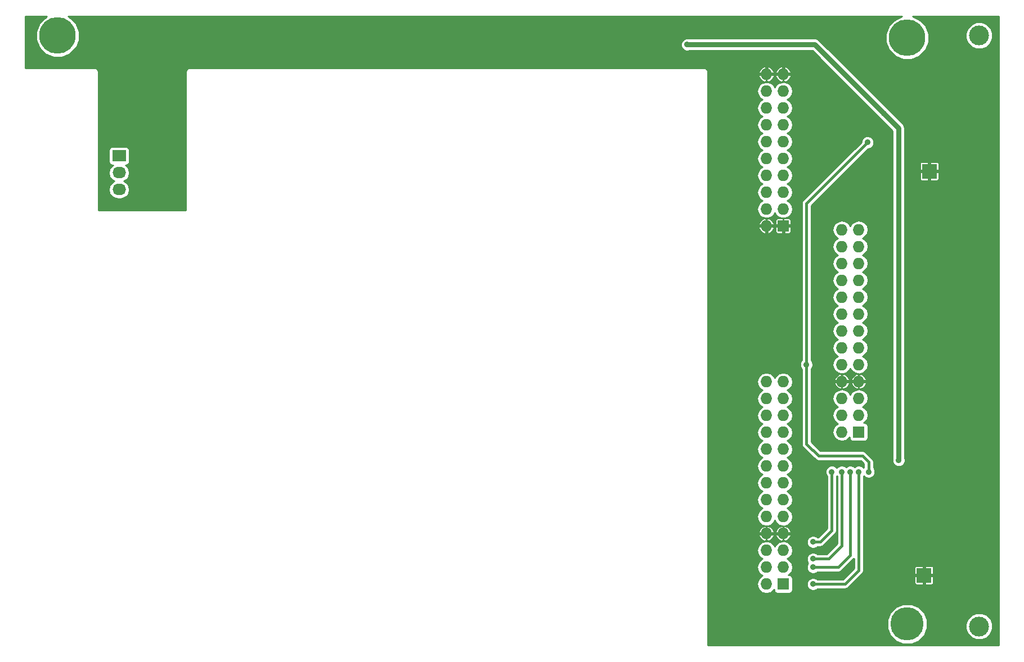
<source format=gbl>
G04 #@! TF.FileFunction,Copper,L2,Bot,Signal*
%FSLAX46Y46*%
G04 Gerber Fmt 4.6, Leading zero omitted, Abs format (unit mm)*
G04 Created by KiCad (PCBNEW 4.0.5+dfsg1-4) date Mon Feb 19 09:44:50 2018*
%MOMM*%
%LPD*%
G01*
G04 APERTURE LIST*
%ADD10C,0.150000*%
%ADD11R,2.032000X1.727200*%
%ADD12O,2.032000X1.727200*%
%ADD13R,2.235200X2.235200*%
%ADD14C,5.000000*%
%ADD15C,5.500000*%
%ADD16C,3.000000*%
%ADD17R,1.727200X1.727200*%
%ADD18O,1.727200X1.727200*%
%ADD19C,0.889000*%
%ADD20C,0.250000*%
%ADD21C,0.400000*%
%ADD22C,0.800000*%
G04 APERTURE END LIST*
D10*
D11*
X48360000Y-50290000D03*
D12*
X48360000Y-52830000D03*
X48360000Y-55370000D03*
D13*
X170269700Y-52602400D03*
X169456900Y-113486200D03*
D14*
X166946900Y-120828000D03*
D15*
X39096000Y-32170000D03*
X166946900Y-32512000D03*
D16*
X177766000Y-121170000D03*
X177766000Y-32170000D03*
D17*
X148286000Y-60841000D03*
D18*
X145746000Y-60841000D03*
X148286000Y-58301000D03*
X145746000Y-58301000D03*
X148286000Y-55761000D03*
X145746000Y-55761000D03*
X148286000Y-53221000D03*
X145746000Y-53221000D03*
X148286000Y-50681000D03*
X145746000Y-50681000D03*
X148286000Y-48141000D03*
X145746000Y-48141000D03*
X148286000Y-45601000D03*
X145746000Y-45601000D03*
X148286000Y-43061000D03*
X145746000Y-43061000D03*
X148286000Y-40521000D03*
X145746000Y-40521000D03*
X148286000Y-37981000D03*
X145746000Y-37981000D03*
D17*
X159639000Y-91897200D03*
D18*
X157099000Y-91897200D03*
X159639000Y-89357200D03*
X157099000Y-89357200D03*
X159639000Y-86817200D03*
X157099000Y-86817200D03*
X159639000Y-84277200D03*
X157099000Y-84277200D03*
X159639000Y-81737200D03*
X157099000Y-81737200D03*
X159639000Y-79197200D03*
X157099000Y-79197200D03*
X159639000Y-76657200D03*
X157099000Y-76657200D03*
X159639000Y-74117200D03*
X157099000Y-74117200D03*
X159639000Y-71577200D03*
X157099000Y-71577200D03*
X159639000Y-69037200D03*
X157099000Y-69037200D03*
X159639000Y-66497200D03*
X157099000Y-66497200D03*
X159639000Y-63957200D03*
X157099000Y-63957200D03*
X159639000Y-61417200D03*
X157099000Y-61417200D03*
D17*
X148286000Y-114807000D03*
D18*
X145746000Y-114807000D03*
X148286000Y-112267000D03*
X145746000Y-112267000D03*
X148286000Y-109727000D03*
X145746000Y-109727000D03*
X148286000Y-107187000D03*
X145746000Y-107187000D03*
X148286000Y-104647000D03*
X145746000Y-104647000D03*
X148286000Y-102107000D03*
X145746000Y-102107000D03*
X148286000Y-99567000D03*
X145746000Y-99567000D03*
X148286000Y-97027000D03*
X145746000Y-97027000D03*
X148286000Y-94487000D03*
X145746000Y-94487000D03*
X148286000Y-91947000D03*
X145746000Y-91947000D03*
X148286000Y-89407000D03*
X145746000Y-89407000D03*
X148286000Y-86867000D03*
X145746000Y-86867000D03*
X148286000Y-84327000D03*
X145746000Y-84327000D03*
D19*
X153289800Y-98512900D03*
X139738900Y-60832000D03*
X152781800Y-106412300D03*
X164478500Y-102843600D03*
X167907500Y-47801800D03*
X154026400Y-48957500D03*
X159639000Y-97890600D03*
X152781800Y-114807000D03*
X157099000Y-97890600D03*
X152781800Y-110997000D03*
X158369800Y-97890600D03*
X152781800Y-112267000D03*
X155601200Y-97890600D03*
X152781800Y-108457000D03*
X133846100Y-33527000D03*
X165646900Y-96150700D03*
X163475200Y-43941000D03*
X161151100Y-97890600D03*
X160986000Y-48246300D03*
X151765800Y-81748900D03*
D20*
X157099000Y-84277200D02*
X157099000Y-85431100D01*
X159639000Y-85431100D02*
X159639000Y-85140600D01*
X157099000Y-85431100D02*
X159639000Y-85431100D01*
X159639000Y-85140600D02*
X159639000Y-84277200D01*
X159639000Y-85140600D02*
X159639800Y-85139800D01*
X159639800Y-85139800D02*
X159639000Y-84277200D01*
X159639000Y-84277200D02*
X159639000Y-83121300D01*
X159639000Y-83121300D02*
X157100600Y-83121300D01*
X157100600Y-83121300D02*
X157100600Y-84275600D01*
X157100600Y-84275600D02*
X157099000Y-84277200D01*
X148286000Y-107187000D02*
X150229100Y-107187000D01*
X151003800Y-106412300D02*
X152781800Y-106412300D01*
X150229100Y-107187000D02*
X151003800Y-106412300D01*
X145746000Y-107187000D02*
X145746000Y-106018600D01*
X148286000Y-106018600D02*
X148286000Y-107187000D01*
X145746000Y-106018600D02*
X148286000Y-106018600D01*
X145746000Y-107187000D02*
X145746000Y-108355400D01*
X148286000Y-108355400D02*
X148286000Y-108050600D01*
X145746000Y-108355400D02*
X148286000Y-108355400D01*
X148286000Y-108050600D02*
X148286000Y-107187000D01*
X148286000Y-37981000D02*
X148286000Y-39153100D01*
X145746000Y-39153100D02*
X145746000Y-38848300D01*
X148286000Y-39153100D02*
X145746000Y-39153100D01*
X148273300Y-59663600D02*
X148527300Y-59663600D01*
X145746000Y-60841000D02*
X145746000Y-59663600D01*
X148273300Y-59663600D02*
X148273300Y-60828300D01*
X145746000Y-59663600D02*
X148273300Y-59663600D01*
X148273300Y-60828300D02*
X148286000Y-60841000D01*
D21*
X159639000Y-112725000D02*
X157557000Y-114807000D01*
X157557000Y-114807000D02*
X152781800Y-114807000D01*
X159639000Y-112725000D02*
X159639000Y-97890600D01*
X157099000Y-109016600D02*
X155118600Y-110997000D01*
X155118600Y-110997000D02*
X152781800Y-110997000D01*
X157099000Y-109016600D02*
X157099000Y-97890600D01*
X158369800Y-97890600D02*
X158369800Y-110463600D01*
X158369800Y-110463600D02*
X156566400Y-112267000D01*
X156566400Y-112267000D02*
X152781800Y-112267000D01*
X155601200Y-97890600D02*
X155601200Y-106704400D01*
X155601200Y-106704400D02*
X153848600Y-108457000D01*
X153848600Y-108457000D02*
X152781800Y-108457000D01*
D22*
X163475200Y-43941000D02*
X153061200Y-33527000D01*
X133846100Y-33527000D02*
X153061200Y-33527000D01*
X163475200Y-43941000D02*
X165646900Y-46112700D01*
X165646900Y-46112700D02*
X165646900Y-96150700D01*
D21*
X160236700Y-95477600D02*
X153581900Y-95477600D01*
X153581900Y-95477600D02*
X151765800Y-93661500D01*
X151765800Y-93661500D02*
X151765800Y-81748900D01*
X161151100Y-96392000D02*
X160236700Y-95477600D01*
X161151100Y-97890600D02*
X161151100Y-96392000D01*
X160986000Y-48246300D02*
X151765800Y-57466500D01*
X151765800Y-57466500D02*
X151765800Y-81748900D01*
D20*
G36*
X37243285Y-29391971D02*
X36321209Y-30312439D01*
X35821570Y-31515704D01*
X35820433Y-32818580D01*
X36317971Y-34022715D01*
X37238439Y-34944791D01*
X38441704Y-35444430D01*
X39744580Y-35445567D01*
X40948715Y-34948029D01*
X41870791Y-34027561D01*
X41998917Y-33718999D01*
X132876432Y-33718999D01*
X133023718Y-34075460D01*
X133296205Y-34348423D01*
X133652408Y-34496332D01*
X134038099Y-34496668D01*
X134146204Y-34452000D01*
X152678052Y-34452000D01*
X162608673Y-44382621D01*
X162652818Y-44489460D01*
X162925305Y-44762423D01*
X163033332Y-44807280D01*
X164721900Y-46495847D01*
X164721900Y-95850245D01*
X164677568Y-95957008D01*
X164677232Y-96342699D01*
X164824518Y-96699160D01*
X165097005Y-96972123D01*
X165453208Y-97120032D01*
X165838899Y-97120368D01*
X166195360Y-96973082D01*
X166468323Y-96700595D01*
X166616232Y-96344392D01*
X166616568Y-95958701D01*
X166571900Y-95850596D01*
X166571900Y-52812650D01*
X168827100Y-52812650D01*
X168827100Y-53784647D01*
X168876579Y-53904098D01*
X168968003Y-53995522D01*
X169087454Y-54045000D01*
X170059450Y-54045000D01*
X170140700Y-53963750D01*
X170140700Y-52731400D01*
X170398700Y-52731400D01*
X170398700Y-53963750D01*
X170479950Y-54045000D01*
X171451946Y-54045000D01*
X171571397Y-53995522D01*
X171662821Y-53904098D01*
X171712300Y-53784647D01*
X171712300Y-52812650D01*
X171631050Y-52731400D01*
X170398700Y-52731400D01*
X170140700Y-52731400D01*
X168908350Y-52731400D01*
X168827100Y-52812650D01*
X166571900Y-52812650D01*
X166571900Y-51420153D01*
X168827100Y-51420153D01*
X168827100Y-52392150D01*
X168908350Y-52473400D01*
X170140700Y-52473400D01*
X170140700Y-51241050D01*
X170398700Y-51241050D01*
X170398700Y-52473400D01*
X171631050Y-52473400D01*
X171712300Y-52392150D01*
X171712300Y-51420153D01*
X171662821Y-51300702D01*
X171571397Y-51209278D01*
X171451946Y-51159800D01*
X170479950Y-51159800D01*
X170398700Y-51241050D01*
X170140700Y-51241050D01*
X170059450Y-51159800D01*
X169087454Y-51159800D01*
X168968003Y-51209278D01*
X168876579Y-51300702D01*
X168827100Y-51420153D01*
X166571900Y-51420153D01*
X166571900Y-46112705D01*
X166571901Y-46112700D01*
X166501489Y-45758718D01*
X166396105Y-45601000D01*
X166300974Y-45458626D01*
X166300971Y-45458624D01*
X164341727Y-43499379D01*
X164297582Y-43392540D01*
X164025095Y-43119577D01*
X163917068Y-43074720D01*
X153715274Y-32872926D01*
X153415183Y-32672411D01*
X153061200Y-32602000D01*
X134146555Y-32602000D01*
X134039792Y-32557668D01*
X133654101Y-32557332D01*
X133297640Y-32704618D01*
X133024677Y-32977105D01*
X132876768Y-33333308D01*
X132876432Y-33718999D01*
X41998917Y-33718999D01*
X42370430Y-32824296D01*
X42371567Y-31521420D01*
X41874029Y-30317285D01*
X40953561Y-29395209D01*
X40712231Y-29295000D01*
X166156577Y-29295000D01*
X165094185Y-29733971D01*
X164172109Y-30654439D01*
X163672470Y-31857704D01*
X163671333Y-33160580D01*
X164168871Y-34364715D01*
X165089339Y-35286791D01*
X166292604Y-35786430D01*
X167595480Y-35787567D01*
X168799615Y-35290029D01*
X169721691Y-34369561D01*
X170221330Y-33166296D01*
X170221849Y-32571030D01*
X175740649Y-32571030D01*
X176048288Y-33315572D01*
X176617432Y-33885710D01*
X177361435Y-34194648D01*
X178167030Y-34195351D01*
X178911572Y-33887712D01*
X179481710Y-33318568D01*
X179790648Y-32574565D01*
X179791351Y-31768970D01*
X179483712Y-31024428D01*
X178914568Y-30454290D01*
X178170565Y-30145352D01*
X177364970Y-30144649D01*
X176620428Y-30452288D01*
X176050290Y-31021432D01*
X175741352Y-31765435D01*
X175740649Y-32571030D01*
X170221849Y-32571030D01*
X170222467Y-31863420D01*
X169724929Y-30659285D01*
X168804461Y-29737209D01*
X167739503Y-29295000D01*
X180711000Y-29295000D01*
X180711000Y-124045000D01*
X155107160Y-124045000D01*
X155096000Y-124042900D01*
X136961000Y-124042900D01*
X136961000Y-121427070D01*
X163921376Y-121427070D01*
X164380935Y-122539286D01*
X165231138Y-123390975D01*
X166342551Y-123852474D01*
X167545970Y-123853524D01*
X168658186Y-123393965D01*
X169509875Y-122543762D01*
X169913788Y-121571030D01*
X175740649Y-121571030D01*
X176048288Y-122315572D01*
X176617432Y-122885710D01*
X177361435Y-123194648D01*
X178167030Y-123195351D01*
X178911572Y-122887712D01*
X179481710Y-122318568D01*
X179790648Y-121574565D01*
X179791351Y-120768970D01*
X179483712Y-120024428D01*
X178914568Y-119454290D01*
X178170565Y-119145352D01*
X177364970Y-119144649D01*
X176620428Y-119452288D01*
X176050290Y-120021432D01*
X175741352Y-120765435D01*
X175740649Y-121571030D01*
X169913788Y-121571030D01*
X169971374Y-121432349D01*
X169972424Y-120228930D01*
X169512865Y-119116714D01*
X168662662Y-118265025D01*
X167551249Y-117803526D01*
X166347830Y-117802476D01*
X165235614Y-118262035D01*
X164383925Y-119112238D01*
X163922426Y-120223651D01*
X163921376Y-121427070D01*
X136961000Y-121427070D01*
X136961000Y-109727000D01*
X144330196Y-109727000D01*
X144435897Y-110258394D01*
X144736908Y-110708888D01*
X145168097Y-110997000D01*
X144736908Y-111285112D01*
X144435897Y-111735606D01*
X144330196Y-112267000D01*
X144435897Y-112798394D01*
X144736908Y-113248888D01*
X145168097Y-113537000D01*
X144736908Y-113825112D01*
X144435897Y-114275606D01*
X144330196Y-114807000D01*
X144435897Y-115338394D01*
X144736908Y-115788888D01*
X145187402Y-116089899D01*
X145718796Y-116195600D01*
X145773204Y-116195600D01*
X146304598Y-116089899D01*
X146755092Y-115788888D01*
X146887115Y-115591302D01*
X146887115Y-115670600D01*
X146923723Y-115865153D01*
X147038704Y-116043839D01*
X147214144Y-116163712D01*
X147422400Y-116205885D01*
X149149600Y-116205885D01*
X149344153Y-116169277D01*
X149522839Y-116054296D01*
X149642712Y-115878856D01*
X149684885Y-115670600D01*
X149684885Y-113943400D01*
X149648277Y-113748847D01*
X149533296Y-113570161D01*
X149357856Y-113450288D01*
X149149600Y-113408115D01*
X149056792Y-113408115D01*
X149295092Y-113248888D01*
X149596103Y-112798394D01*
X149701804Y-112267000D01*
X149596103Y-111735606D01*
X149295092Y-111285112D01*
X148863903Y-110997000D01*
X149295092Y-110708888D01*
X149596103Y-110258394D01*
X149701804Y-109727000D01*
X149596103Y-109195606D01*
X149295092Y-108745112D01*
X148844598Y-108444101D01*
X148415002Y-108358649D01*
X148415002Y-108287342D01*
X148598253Y-108333864D01*
X149013370Y-108127070D01*
X149317751Y-107777159D01*
X149432852Y-107499251D01*
X149385810Y-107316000D01*
X148415000Y-107316000D01*
X148415000Y-107336000D01*
X148157000Y-107336000D01*
X148157000Y-107316000D01*
X147186190Y-107316000D01*
X147139148Y-107499251D01*
X147254249Y-107777159D01*
X147558630Y-108127070D01*
X147973747Y-108333864D01*
X148156998Y-108287342D01*
X148156998Y-108358649D01*
X147727402Y-108444101D01*
X147276908Y-108745112D01*
X147016000Y-109135588D01*
X146755092Y-108745112D01*
X146304598Y-108444101D01*
X145875002Y-108358649D01*
X145875002Y-108287342D01*
X146058253Y-108333864D01*
X146473370Y-108127070D01*
X146777751Y-107777159D01*
X146892852Y-107499251D01*
X146845810Y-107316000D01*
X145875000Y-107316000D01*
X145875000Y-107336000D01*
X145617000Y-107336000D01*
X145617000Y-107316000D01*
X144646190Y-107316000D01*
X144599148Y-107499251D01*
X144714249Y-107777159D01*
X145018630Y-108127070D01*
X145433747Y-108333864D01*
X145616998Y-108287342D01*
X145616998Y-108358649D01*
X145187402Y-108444101D01*
X144736908Y-108745112D01*
X144435897Y-109195606D01*
X144330196Y-109727000D01*
X136961000Y-109727000D01*
X136961000Y-84327000D01*
X144330196Y-84327000D01*
X144435897Y-84858394D01*
X144736908Y-85308888D01*
X145168097Y-85597000D01*
X144736908Y-85885112D01*
X144435897Y-86335606D01*
X144330196Y-86867000D01*
X144435897Y-87398394D01*
X144736908Y-87848888D01*
X145168097Y-88137000D01*
X144736908Y-88425112D01*
X144435897Y-88875606D01*
X144330196Y-89407000D01*
X144435897Y-89938394D01*
X144736908Y-90388888D01*
X145168097Y-90677000D01*
X144736908Y-90965112D01*
X144435897Y-91415606D01*
X144330196Y-91947000D01*
X144435897Y-92478394D01*
X144736908Y-92928888D01*
X145168097Y-93217000D01*
X144736908Y-93505112D01*
X144435897Y-93955606D01*
X144330196Y-94487000D01*
X144435897Y-95018394D01*
X144736908Y-95468888D01*
X145168097Y-95757000D01*
X144736908Y-96045112D01*
X144435897Y-96495606D01*
X144330196Y-97027000D01*
X144435897Y-97558394D01*
X144736908Y-98008888D01*
X145168097Y-98297000D01*
X144736908Y-98585112D01*
X144435897Y-99035606D01*
X144330196Y-99567000D01*
X144435897Y-100098394D01*
X144736908Y-100548888D01*
X145168097Y-100837000D01*
X144736908Y-101125112D01*
X144435897Y-101575606D01*
X144330196Y-102107000D01*
X144435897Y-102638394D01*
X144736908Y-103088888D01*
X145168097Y-103377000D01*
X144736908Y-103665112D01*
X144435897Y-104115606D01*
X144330196Y-104647000D01*
X144435897Y-105178394D01*
X144736908Y-105628888D01*
X145187402Y-105929899D01*
X145616998Y-106015351D01*
X145616998Y-106086658D01*
X145433747Y-106040136D01*
X145018630Y-106246930D01*
X144714249Y-106596841D01*
X144599148Y-106874749D01*
X144646190Y-107058000D01*
X145617000Y-107058000D01*
X145617000Y-107038000D01*
X145875000Y-107038000D01*
X145875000Y-107058000D01*
X146845810Y-107058000D01*
X146892852Y-106874749D01*
X146777751Y-106596841D01*
X146473370Y-106246930D01*
X146058253Y-106040136D01*
X145875002Y-106086658D01*
X145875002Y-106015351D01*
X146304598Y-105929899D01*
X146755092Y-105628888D01*
X147016000Y-105238412D01*
X147276908Y-105628888D01*
X147727402Y-105929899D01*
X148156998Y-106015351D01*
X148156998Y-106086658D01*
X147973747Y-106040136D01*
X147558630Y-106246930D01*
X147254249Y-106596841D01*
X147139148Y-106874749D01*
X147186190Y-107058000D01*
X148157000Y-107058000D01*
X148157000Y-107038000D01*
X148415000Y-107038000D01*
X148415000Y-107058000D01*
X149385810Y-107058000D01*
X149432852Y-106874749D01*
X149317751Y-106596841D01*
X149013370Y-106246930D01*
X148598253Y-106040136D01*
X148415002Y-106086658D01*
X148415002Y-106015351D01*
X148844598Y-105929899D01*
X149295092Y-105628888D01*
X149596103Y-105178394D01*
X149701804Y-104647000D01*
X149596103Y-104115606D01*
X149295092Y-103665112D01*
X148863903Y-103377000D01*
X149295092Y-103088888D01*
X149596103Y-102638394D01*
X149701804Y-102107000D01*
X149596103Y-101575606D01*
X149295092Y-101125112D01*
X148863903Y-100837000D01*
X149295092Y-100548888D01*
X149596103Y-100098394D01*
X149701804Y-99567000D01*
X149596103Y-99035606D01*
X149295092Y-98585112D01*
X148863903Y-98297000D01*
X149295092Y-98008888D01*
X149596103Y-97558394D01*
X149701804Y-97027000D01*
X149596103Y-96495606D01*
X149295092Y-96045112D01*
X148863903Y-95757000D01*
X149295092Y-95468888D01*
X149596103Y-95018394D01*
X149701804Y-94487000D01*
X149596103Y-93955606D01*
X149295092Y-93505112D01*
X148863903Y-93217000D01*
X149295092Y-92928888D01*
X149596103Y-92478394D01*
X149701804Y-91947000D01*
X149596103Y-91415606D01*
X149295092Y-90965112D01*
X148863903Y-90677000D01*
X149295092Y-90388888D01*
X149596103Y-89938394D01*
X149701804Y-89407000D01*
X149596103Y-88875606D01*
X149295092Y-88425112D01*
X148863903Y-88137000D01*
X149295092Y-87848888D01*
X149596103Y-87398394D01*
X149701804Y-86867000D01*
X149596103Y-86335606D01*
X149295092Y-85885112D01*
X148863903Y-85597000D01*
X149295092Y-85308888D01*
X149596103Y-84858394D01*
X149701804Y-84327000D01*
X149596103Y-83795606D01*
X149295092Y-83345112D01*
X148844598Y-83044101D01*
X148313204Y-82938400D01*
X148258796Y-82938400D01*
X147727402Y-83044101D01*
X147276908Y-83345112D01*
X147016000Y-83735588D01*
X146755092Y-83345112D01*
X146304598Y-83044101D01*
X145773204Y-82938400D01*
X145718796Y-82938400D01*
X145187402Y-83044101D01*
X144736908Y-83345112D01*
X144435897Y-83795606D01*
X144330196Y-84327000D01*
X136961000Y-84327000D01*
X136961000Y-81940899D01*
X150796132Y-81940899D01*
X150943418Y-82297360D01*
X151040800Y-82394912D01*
X151040800Y-93661500D01*
X151086831Y-93892915D01*
X151095987Y-93938946D01*
X151253148Y-94174152D01*
X153069247Y-95990252D01*
X153151351Y-96045112D01*
X153304455Y-96147413D01*
X153581900Y-96202600D01*
X159936396Y-96202600D01*
X160426100Y-96692305D01*
X160426100Y-97244450D01*
X160394927Y-97275569D01*
X160188895Y-97069177D01*
X159832692Y-96921268D01*
X159447001Y-96920932D01*
X159090540Y-97068218D01*
X159004489Y-97154119D01*
X158919695Y-97069177D01*
X158563492Y-96921268D01*
X158177801Y-96920932D01*
X157821340Y-97068218D01*
X157734488Y-97154919D01*
X157648895Y-97069177D01*
X157292692Y-96921268D01*
X156907001Y-96920932D01*
X156550540Y-97068218D01*
X156349989Y-97268419D01*
X156151095Y-97069177D01*
X155794892Y-96921268D01*
X155409201Y-96920932D01*
X155052740Y-97068218D01*
X154779777Y-97340705D01*
X154631868Y-97696908D01*
X154631532Y-98082599D01*
X154778818Y-98439060D01*
X154876200Y-98536612D01*
X154876200Y-106404095D01*
X153548296Y-107732000D01*
X153427950Y-107732000D01*
X153331695Y-107635577D01*
X152975492Y-107487668D01*
X152589801Y-107487332D01*
X152233340Y-107634618D01*
X151960377Y-107907105D01*
X151812468Y-108263308D01*
X151812132Y-108648999D01*
X151959418Y-109005460D01*
X152231905Y-109278423D01*
X152588108Y-109426332D01*
X152973799Y-109426668D01*
X153330260Y-109279382D01*
X153427812Y-109182000D01*
X153848600Y-109182000D01*
X154080015Y-109135969D01*
X154126046Y-109126813D01*
X154361252Y-108969652D01*
X156113853Y-107217052D01*
X156271013Y-106981846D01*
X156326200Y-106704400D01*
X156326200Y-98536750D01*
X156350211Y-98512781D01*
X156374000Y-98536612D01*
X156374000Y-108716295D01*
X154818296Y-110272000D01*
X153427950Y-110272000D01*
X153331695Y-110175577D01*
X152975492Y-110027668D01*
X152589801Y-110027332D01*
X152233340Y-110174618D01*
X151960377Y-110447105D01*
X151812468Y-110803308D01*
X151812132Y-111188999D01*
X151959418Y-111545460D01*
X152045719Y-111631912D01*
X151960377Y-111717105D01*
X151812468Y-112073308D01*
X151812132Y-112458999D01*
X151959418Y-112815460D01*
X152231905Y-113088423D01*
X152588108Y-113236332D01*
X152973799Y-113236668D01*
X153330260Y-113089382D01*
X153427812Y-112992000D01*
X156566400Y-112992000D01*
X156797815Y-112945969D01*
X156843846Y-112936813D01*
X157079052Y-112779652D01*
X158882453Y-110976252D01*
X158914000Y-110929039D01*
X158914000Y-112424695D01*
X157256696Y-114082000D01*
X153427950Y-114082000D01*
X153331695Y-113985577D01*
X152975492Y-113837668D01*
X152589801Y-113837332D01*
X152233340Y-113984618D01*
X151960377Y-114257105D01*
X151812468Y-114613308D01*
X151812132Y-114998999D01*
X151959418Y-115355460D01*
X152231905Y-115628423D01*
X152588108Y-115776332D01*
X152973799Y-115776668D01*
X153330260Y-115629382D01*
X153427812Y-115532000D01*
X157557000Y-115532000D01*
X157788415Y-115485969D01*
X157834446Y-115476813D01*
X158069652Y-115319652D01*
X159692854Y-113696450D01*
X168014300Y-113696450D01*
X168014300Y-114668447D01*
X168063779Y-114787898D01*
X168155203Y-114879322D01*
X168274654Y-114928800D01*
X169246650Y-114928800D01*
X169327900Y-114847550D01*
X169327900Y-113615200D01*
X169585900Y-113615200D01*
X169585900Y-114847550D01*
X169667150Y-114928800D01*
X170639146Y-114928800D01*
X170758597Y-114879322D01*
X170850021Y-114787898D01*
X170899500Y-114668447D01*
X170899500Y-113696450D01*
X170818250Y-113615200D01*
X169585900Y-113615200D01*
X169327900Y-113615200D01*
X168095550Y-113615200D01*
X168014300Y-113696450D01*
X159692854Y-113696450D01*
X160151653Y-113237652D01*
X160308813Y-113002446D01*
X160364000Y-112725000D01*
X160364000Y-112303953D01*
X168014300Y-112303953D01*
X168014300Y-113275950D01*
X168095550Y-113357200D01*
X169327900Y-113357200D01*
X169327900Y-112124850D01*
X169585900Y-112124850D01*
X169585900Y-113357200D01*
X170818250Y-113357200D01*
X170899500Y-113275950D01*
X170899500Y-112303953D01*
X170850021Y-112184502D01*
X170758597Y-112093078D01*
X170639146Y-112043600D01*
X169667150Y-112043600D01*
X169585900Y-112124850D01*
X169327900Y-112124850D01*
X169246650Y-112043600D01*
X168274654Y-112043600D01*
X168155203Y-112093078D01*
X168063779Y-112184502D01*
X168014300Y-112303953D01*
X160364000Y-112303953D01*
X160364000Y-98536750D01*
X160395173Y-98505631D01*
X160601205Y-98712023D01*
X160957408Y-98859932D01*
X161343099Y-98860268D01*
X161699560Y-98712982D01*
X161972523Y-98440495D01*
X162120432Y-98084292D01*
X162120768Y-97698601D01*
X161973482Y-97342140D01*
X161876100Y-97244588D01*
X161876100Y-96392000D01*
X161820913Y-96114555D01*
X161820913Y-96114554D01*
X161663753Y-95879348D01*
X160749352Y-94964948D01*
X160514146Y-94807787D01*
X160468115Y-94798631D01*
X160236700Y-94752600D01*
X153882205Y-94752600D01*
X152490800Y-93361196D01*
X152490800Y-86817200D01*
X155683196Y-86817200D01*
X155788897Y-87348594D01*
X156089908Y-87799088D01*
X156521097Y-88087200D01*
X156089908Y-88375312D01*
X155788897Y-88825806D01*
X155683196Y-89357200D01*
X155788897Y-89888594D01*
X156089908Y-90339088D01*
X156521097Y-90627200D01*
X156089908Y-90915312D01*
X155788897Y-91365806D01*
X155683196Y-91897200D01*
X155788897Y-92428594D01*
X156089908Y-92879088D01*
X156540402Y-93180099D01*
X157071796Y-93285800D01*
X157126204Y-93285800D01*
X157657598Y-93180099D01*
X158108092Y-92879088D01*
X158240115Y-92681502D01*
X158240115Y-92760800D01*
X158276723Y-92955353D01*
X158391704Y-93134039D01*
X158567144Y-93253912D01*
X158775400Y-93296085D01*
X160502600Y-93296085D01*
X160697153Y-93259477D01*
X160875839Y-93144496D01*
X160995712Y-92969056D01*
X161037885Y-92760800D01*
X161037885Y-91033600D01*
X161001277Y-90839047D01*
X160886296Y-90660361D01*
X160710856Y-90540488D01*
X160502600Y-90498315D01*
X160409792Y-90498315D01*
X160648092Y-90339088D01*
X160949103Y-89888594D01*
X161054804Y-89357200D01*
X160949103Y-88825806D01*
X160648092Y-88375312D01*
X160216903Y-88087200D01*
X160648092Y-87799088D01*
X160949103Y-87348594D01*
X161054804Y-86817200D01*
X160949103Y-86285806D01*
X160648092Y-85835312D01*
X160197598Y-85534301D01*
X159768002Y-85448849D01*
X159768002Y-85377542D01*
X159951253Y-85424064D01*
X160366370Y-85217270D01*
X160670751Y-84867359D01*
X160785852Y-84589451D01*
X160738810Y-84406200D01*
X159768000Y-84406200D01*
X159768000Y-84426200D01*
X159510000Y-84426200D01*
X159510000Y-84406200D01*
X158539190Y-84406200D01*
X158492148Y-84589451D01*
X158607249Y-84867359D01*
X158911630Y-85217270D01*
X159326747Y-85424064D01*
X159509998Y-85377542D01*
X159509998Y-85448849D01*
X159080402Y-85534301D01*
X158629908Y-85835312D01*
X158369000Y-86225788D01*
X158108092Y-85835312D01*
X157657598Y-85534301D01*
X157228002Y-85448849D01*
X157228002Y-85377542D01*
X157411253Y-85424064D01*
X157826370Y-85217270D01*
X158130751Y-84867359D01*
X158245852Y-84589451D01*
X158198810Y-84406200D01*
X157228000Y-84406200D01*
X157228000Y-84426200D01*
X156970000Y-84426200D01*
X156970000Y-84406200D01*
X155999190Y-84406200D01*
X155952148Y-84589451D01*
X156067249Y-84867359D01*
X156371630Y-85217270D01*
X156786747Y-85424064D01*
X156969998Y-85377542D01*
X156969998Y-85448849D01*
X156540402Y-85534301D01*
X156089908Y-85835312D01*
X155788897Y-86285806D01*
X155683196Y-86817200D01*
X152490800Y-86817200D01*
X152490800Y-82395050D01*
X152587223Y-82298795D01*
X152735132Y-81942592D01*
X152735468Y-81556901D01*
X152588182Y-81200440D01*
X152490800Y-81102888D01*
X152490800Y-61417200D01*
X155683196Y-61417200D01*
X155788897Y-61948594D01*
X156089908Y-62399088D01*
X156521097Y-62687200D01*
X156089908Y-62975312D01*
X155788897Y-63425806D01*
X155683196Y-63957200D01*
X155788897Y-64488594D01*
X156089908Y-64939088D01*
X156521097Y-65227200D01*
X156089908Y-65515312D01*
X155788897Y-65965806D01*
X155683196Y-66497200D01*
X155788897Y-67028594D01*
X156089908Y-67479088D01*
X156521097Y-67767200D01*
X156089908Y-68055312D01*
X155788897Y-68505806D01*
X155683196Y-69037200D01*
X155788897Y-69568594D01*
X156089908Y-70019088D01*
X156521097Y-70307200D01*
X156089908Y-70595312D01*
X155788897Y-71045806D01*
X155683196Y-71577200D01*
X155788897Y-72108594D01*
X156089908Y-72559088D01*
X156521097Y-72847200D01*
X156089908Y-73135312D01*
X155788897Y-73585806D01*
X155683196Y-74117200D01*
X155788897Y-74648594D01*
X156089908Y-75099088D01*
X156521097Y-75387200D01*
X156089908Y-75675312D01*
X155788897Y-76125806D01*
X155683196Y-76657200D01*
X155788897Y-77188594D01*
X156089908Y-77639088D01*
X156521097Y-77927200D01*
X156089908Y-78215312D01*
X155788897Y-78665806D01*
X155683196Y-79197200D01*
X155788897Y-79728594D01*
X156089908Y-80179088D01*
X156521097Y-80467200D01*
X156089908Y-80755312D01*
X155788897Y-81205806D01*
X155683196Y-81737200D01*
X155788897Y-82268594D01*
X156089908Y-82719088D01*
X156540402Y-83020099D01*
X156969998Y-83105551D01*
X156969998Y-83176858D01*
X156786747Y-83130336D01*
X156371630Y-83337130D01*
X156067249Y-83687041D01*
X155952148Y-83964949D01*
X155999190Y-84148200D01*
X156970000Y-84148200D01*
X156970000Y-84128200D01*
X157228000Y-84128200D01*
X157228000Y-84148200D01*
X158198810Y-84148200D01*
X158245852Y-83964949D01*
X158130751Y-83687041D01*
X157826370Y-83337130D01*
X157411253Y-83130336D01*
X157228002Y-83176858D01*
X157228002Y-83105551D01*
X157657598Y-83020099D01*
X158108092Y-82719088D01*
X158369000Y-82328612D01*
X158629908Y-82719088D01*
X159080402Y-83020099D01*
X159509998Y-83105551D01*
X159509998Y-83176858D01*
X159326747Y-83130336D01*
X158911630Y-83337130D01*
X158607249Y-83687041D01*
X158492148Y-83964949D01*
X158539190Y-84148200D01*
X159510000Y-84148200D01*
X159510000Y-84128200D01*
X159768000Y-84128200D01*
X159768000Y-84148200D01*
X160738810Y-84148200D01*
X160785852Y-83964949D01*
X160670751Y-83687041D01*
X160366370Y-83337130D01*
X159951253Y-83130336D01*
X159768002Y-83176858D01*
X159768002Y-83105551D01*
X160197598Y-83020099D01*
X160648092Y-82719088D01*
X160949103Y-82268594D01*
X161054804Y-81737200D01*
X160949103Y-81205806D01*
X160648092Y-80755312D01*
X160216903Y-80467200D01*
X160648092Y-80179088D01*
X160949103Y-79728594D01*
X161054804Y-79197200D01*
X160949103Y-78665806D01*
X160648092Y-78215312D01*
X160216903Y-77927200D01*
X160648092Y-77639088D01*
X160949103Y-77188594D01*
X161054804Y-76657200D01*
X160949103Y-76125806D01*
X160648092Y-75675312D01*
X160216903Y-75387200D01*
X160648092Y-75099088D01*
X160949103Y-74648594D01*
X161054804Y-74117200D01*
X160949103Y-73585806D01*
X160648092Y-73135312D01*
X160216903Y-72847200D01*
X160648092Y-72559088D01*
X160949103Y-72108594D01*
X161054804Y-71577200D01*
X160949103Y-71045806D01*
X160648092Y-70595312D01*
X160216903Y-70307200D01*
X160648092Y-70019088D01*
X160949103Y-69568594D01*
X161054804Y-69037200D01*
X160949103Y-68505806D01*
X160648092Y-68055312D01*
X160216903Y-67767200D01*
X160648092Y-67479088D01*
X160949103Y-67028594D01*
X161054804Y-66497200D01*
X160949103Y-65965806D01*
X160648092Y-65515312D01*
X160216903Y-65227200D01*
X160648092Y-64939088D01*
X160949103Y-64488594D01*
X161054804Y-63957200D01*
X160949103Y-63425806D01*
X160648092Y-62975312D01*
X160216903Y-62687200D01*
X160648092Y-62399088D01*
X160949103Y-61948594D01*
X161054804Y-61417200D01*
X160949103Y-60885806D01*
X160648092Y-60435312D01*
X160197598Y-60134301D01*
X159666204Y-60028600D01*
X159611796Y-60028600D01*
X159080402Y-60134301D01*
X158629908Y-60435312D01*
X158369000Y-60825788D01*
X158108092Y-60435312D01*
X157657598Y-60134301D01*
X157126204Y-60028600D01*
X157071796Y-60028600D01*
X156540402Y-60134301D01*
X156089908Y-60435312D01*
X155788897Y-60885806D01*
X155683196Y-61417200D01*
X152490800Y-61417200D01*
X152490800Y-57766804D01*
X161041755Y-49215849D01*
X161177999Y-49215968D01*
X161534460Y-49068682D01*
X161807423Y-48796195D01*
X161955332Y-48439992D01*
X161955668Y-48054301D01*
X161808382Y-47697840D01*
X161535895Y-47424877D01*
X161179692Y-47276968D01*
X160794001Y-47276632D01*
X160437540Y-47423918D01*
X160164577Y-47696405D01*
X160016668Y-48052608D01*
X160016548Y-48190448D01*
X151253148Y-56953848D01*
X151095987Y-57189054D01*
X151095987Y-57189055D01*
X151040800Y-57466500D01*
X151040800Y-81102750D01*
X150944377Y-81199005D01*
X150796468Y-81555208D01*
X150796132Y-81940899D01*
X136961000Y-81940899D01*
X136961000Y-61153251D01*
X144599148Y-61153251D01*
X144714249Y-61431159D01*
X145018630Y-61781070D01*
X145433747Y-61987864D01*
X145617000Y-61941341D01*
X145617000Y-60970000D01*
X145875000Y-60970000D01*
X145875000Y-61941341D01*
X146058253Y-61987864D01*
X146473370Y-61781070D01*
X146777751Y-61431159D01*
X146892852Y-61153251D01*
X146866668Y-61051250D01*
X147097400Y-61051250D01*
X147097400Y-61769247D01*
X147146879Y-61888698D01*
X147238303Y-61980122D01*
X147357754Y-62029600D01*
X148075750Y-62029600D01*
X148157000Y-61948350D01*
X148157000Y-60970000D01*
X148415000Y-60970000D01*
X148415000Y-61948350D01*
X148496250Y-62029600D01*
X149214246Y-62029600D01*
X149333697Y-61980122D01*
X149425121Y-61888698D01*
X149474600Y-61769247D01*
X149474600Y-61051250D01*
X149393350Y-60970000D01*
X148415000Y-60970000D01*
X148157000Y-60970000D01*
X147178650Y-60970000D01*
X147097400Y-61051250D01*
X146866668Y-61051250D01*
X146845810Y-60970000D01*
X145875000Y-60970000D01*
X145617000Y-60970000D01*
X144646190Y-60970000D01*
X144599148Y-61153251D01*
X136961000Y-61153251D01*
X136961000Y-40521000D01*
X144330196Y-40521000D01*
X144435897Y-41052394D01*
X144736908Y-41502888D01*
X145168097Y-41791000D01*
X144736908Y-42079112D01*
X144435897Y-42529606D01*
X144330196Y-43061000D01*
X144435897Y-43592394D01*
X144736908Y-44042888D01*
X145168097Y-44331000D01*
X144736908Y-44619112D01*
X144435897Y-45069606D01*
X144330196Y-45601000D01*
X144435897Y-46132394D01*
X144736908Y-46582888D01*
X145168097Y-46871000D01*
X144736908Y-47159112D01*
X144435897Y-47609606D01*
X144330196Y-48141000D01*
X144435897Y-48672394D01*
X144736908Y-49122888D01*
X145168097Y-49411000D01*
X144736908Y-49699112D01*
X144435897Y-50149606D01*
X144330196Y-50681000D01*
X144435897Y-51212394D01*
X144736908Y-51662888D01*
X145168097Y-51951000D01*
X144736908Y-52239112D01*
X144435897Y-52689606D01*
X144330196Y-53221000D01*
X144435897Y-53752394D01*
X144736908Y-54202888D01*
X145168097Y-54491000D01*
X144736908Y-54779112D01*
X144435897Y-55229606D01*
X144330196Y-55761000D01*
X144435897Y-56292394D01*
X144736908Y-56742888D01*
X145168097Y-57031000D01*
X144736908Y-57319112D01*
X144435897Y-57769606D01*
X144330196Y-58301000D01*
X144435897Y-58832394D01*
X144736908Y-59282888D01*
X145187402Y-59583899D01*
X145616998Y-59669351D01*
X145616998Y-59740658D01*
X145433747Y-59694136D01*
X145018630Y-59900930D01*
X144714249Y-60250841D01*
X144599148Y-60528749D01*
X144646190Y-60712000D01*
X145617000Y-60712000D01*
X145617000Y-60692000D01*
X145875000Y-60692000D01*
X145875000Y-60712000D01*
X146845810Y-60712000D01*
X146892852Y-60528749D01*
X146777751Y-60250841D01*
X146473370Y-59900930D01*
X146058253Y-59694136D01*
X145875002Y-59740658D01*
X145875002Y-59669351D01*
X146304598Y-59583899D01*
X146755092Y-59282888D01*
X147016000Y-58892412D01*
X147276908Y-59282888D01*
X147727402Y-59583899D01*
X148071779Y-59652400D01*
X147357754Y-59652400D01*
X147238303Y-59701878D01*
X147146879Y-59793302D01*
X147097400Y-59912753D01*
X147097400Y-60630750D01*
X147178650Y-60712000D01*
X148157000Y-60712000D01*
X148157000Y-60692000D01*
X148415000Y-60692000D01*
X148415000Y-60712000D01*
X149393350Y-60712000D01*
X149474600Y-60630750D01*
X149474600Y-59912753D01*
X149425121Y-59793302D01*
X149333697Y-59701878D01*
X149214246Y-59652400D01*
X148500221Y-59652400D01*
X148844598Y-59583899D01*
X149295092Y-59282888D01*
X149596103Y-58832394D01*
X149701804Y-58301000D01*
X149596103Y-57769606D01*
X149295092Y-57319112D01*
X148863903Y-57031000D01*
X149295092Y-56742888D01*
X149596103Y-56292394D01*
X149701804Y-55761000D01*
X149596103Y-55229606D01*
X149295092Y-54779112D01*
X148863903Y-54491000D01*
X149295092Y-54202888D01*
X149596103Y-53752394D01*
X149701804Y-53221000D01*
X149596103Y-52689606D01*
X149295092Y-52239112D01*
X148863903Y-51951000D01*
X149295092Y-51662888D01*
X149596103Y-51212394D01*
X149701804Y-50681000D01*
X149596103Y-50149606D01*
X149295092Y-49699112D01*
X148863903Y-49411000D01*
X149295092Y-49122888D01*
X149596103Y-48672394D01*
X149701804Y-48141000D01*
X149596103Y-47609606D01*
X149295092Y-47159112D01*
X148863903Y-46871000D01*
X149295092Y-46582888D01*
X149596103Y-46132394D01*
X149701804Y-45601000D01*
X149596103Y-45069606D01*
X149295092Y-44619112D01*
X148863903Y-44331000D01*
X149295092Y-44042888D01*
X149596103Y-43592394D01*
X149701804Y-43061000D01*
X149596103Y-42529606D01*
X149295092Y-42079112D01*
X148863903Y-41791000D01*
X149295092Y-41502888D01*
X149596103Y-41052394D01*
X149701804Y-40521000D01*
X149596103Y-39989606D01*
X149295092Y-39539112D01*
X148844598Y-39238101D01*
X148415002Y-39152649D01*
X148415002Y-39081342D01*
X148598253Y-39127864D01*
X149013370Y-38921070D01*
X149317751Y-38571159D01*
X149432852Y-38293251D01*
X149385810Y-38110000D01*
X148415000Y-38110000D01*
X148415000Y-38130000D01*
X148157000Y-38130000D01*
X148157000Y-38110000D01*
X147186190Y-38110000D01*
X147139148Y-38293251D01*
X147254249Y-38571159D01*
X147558630Y-38921070D01*
X147973747Y-39127864D01*
X148156998Y-39081342D01*
X148156998Y-39152649D01*
X147727402Y-39238101D01*
X147276908Y-39539112D01*
X147016000Y-39929588D01*
X146755092Y-39539112D01*
X146304598Y-39238101D01*
X145875002Y-39152649D01*
X145875002Y-39081342D01*
X146058253Y-39127864D01*
X146473370Y-38921070D01*
X146777751Y-38571159D01*
X146892852Y-38293251D01*
X146845810Y-38110000D01*
X145875000Y-38110000D01*
X145875000Y-38130000D01*
X145617000Y-38130000D01*
X145617000Y-38110000D01*
X144646190Y-38110000D01*
X144599148Y-38293251D01*
X144714249Y-38571159D01*
X145018630Y-38921070D01*
X145433747Y-39127864D01*
X145616998Y-39081342D01*
X145616998Y-39152649D01*
X145187402Y-39238101D01*
X144736908Y-39539112D01*
X144435897Y-39989606D01*
X144330196Y-40521000D01*
X136961000Y-40521000D01*
X136961000Y-37670000D01*
X136960752Y-37668749D01*
X144599148Y-37668749D01*
X144646190Y-37852000D01*
X145617000Y-37852000D01*
X145617000Y-36880659D01*
X145875000Y-36880659D01*
X145875000Y-37852000D01*
X146845810Y-37852000D01*
X146892852Y-37668749D01*
X147139148Y-37668749D01*
X147186190Y-37852000D01*
X148157000Y-37852000D01*
X148157000Y-36880659D01*
X148415000Y-36880659D01*
X148415000Y-37852000D01*
X149385810Y-37852000D01*
X149432852Y-37668749D01*
X149317751Y-37390841D01*
X149013370Y-37040930D01*
X148598253Y-36834136D01*
X148415000Y-36880659D01*
X148157000Y-36880659D01*
X147973747Y-36834136D01*
X147558630Y-37040930D01*
X147254249Y-37390841D01*
X147139148Y-37668749D01*
X146892852Y-37668749D01*
X146777751Y-37390841D01*
X146473370Y-37040930D01*
X146058253Y-36834136D01*
X145875000Y-36880659D01*
X145617000Y-36880659D01*
X145433747Y-36834136D01*
X145018630Y-37040930D01*
X144714249Y-37390841D01*
X144599148Y-37668749D01*
X136960752Y-37668749D01*
X136913425Y-37430823D01*
X136777942Y-37228058D01*
X136575177Y-37092575D01*
X136336000Y-37045000D01*
X59000000Y-37045000D01*
X58760823Y-37092575D01*
X58558058Y-37228058D01*
X58422575Y-37430823D01*
X58375000Y-37670000D01*
X58375000Y-58509000D01*
X45221000Y-58509000D01*
X45221000Y-52830000D01*
X46788810Y-52830000D01*
X46894511Y-53361394D01*
X47195522Y-53811888D01*
X47626711Y-54100000D01*
X47195522Y-54388112D01*
X46894511Y-54838606D01*
X46788810Y-55370000D01*
X46894511Y-55901394D01*
X47195522Y-56351888D01*
X47646016Y-56652899D01*
X48177410Y-56758600D01*
X48542590Y-56758600D01*
X49073984Y-56652899D01*
X49524478Y-56351888D01*
X49825489Y-55901394D01*
X49931190Y-55370000D01*
X49825489Y-54838606D01*
X49524478Y-54388112D01*
X49093289Y-54100000D01*
X49524478Y-53811888D01*
X49825489Y-53361394D01*
X49931190Y-52830000D01*
X49825489Y-52298606D01*
X49524478Y-51848112D01*
X49286178Y-51688885D01*
X49376000Y-51688885D01*
X49570553Y-51652277D01*
X49749239Y-51537296D01*
X49869112Y-51361856D01*
X49911285Y-51153600D01*
X49911285Y-49426400D01*
X49874677Y-49231847D01*
X49759696Y-49053161D01*
X49584256Y-48933288D01*
X49376000Y-48891115D01*
X47344000Y-48891115D01*
X47149447Y-48927723D01*
X46970761Y-49042704D01*
X46850888Y-49218144D01*
X46808715Y-49426400D01*
X46808715Y-51153600D01*
X46845323Y-51348153D01*
X46960304Y-51526839D01*
X47135744Y-51646712D01*
X47344000Y-51688885D01*
X47433822Y-51688885D01*
X47195522Y-51848112D01*
X46894511Y-52298606D01*
X46788810Y-52830000D01*
X45221000Y-52830000D01*
X45221000Y-37670000D01*
X45173425Y-37430823D01*
X45037942Y-37228058D01*
X44835177Y-37092575D01*
X44596000Y-37045000D01*
X34221000Y-37045000D01*
X34221000Y-29295000D01*
X37477973Y-29295000D01*
X37243285Y-29391971D01*
X37243285Y-29391971D01*
G37*
X37243285Y-29391971D02*
X36321209Y-30312439D01*
X35821570Y-31515704D01*
X35820433Y-32818580D01*
X36317971Y-34022715D01*
X37238439Y-34944791D01*
X38441704Y-35444430D01*
X39744580Y-35445567D01*
X40948715Y-34948029D01*
X41870791Y-34027561D01*
X41998917Y-33718999D01*
X132876432Y-33718999D01*
X133023718Y-34075460D01*
X133296205Y-34348423D01*
X133652408Y-34496332D01*
X134038099Y-34496668D01*
X134146204Y-34452000D01*
X152678052Y-34452000D01*
X162608673Y-44382621D01*
X162652818Y-44489460D01*
X162925305Y-44762423D01*
X163033332Y-44807280D01*
X164721900Y-46495847D01*
X164721900Y-95850245D01*
X164677568Y-95957008D01*
X164677232Y-96342699D01*
X164824518Y-96699160D01*
X165097005Y-96972123D01*
X165453208Y-97120032D01*
X165838899Y-97120368D01*
X166195360Y-96973082D01*
X166468323Y-96700595D01*
X166616232Y-96344392D01*
X166616568Y-95958701D01*
X166571900Y-95850596D01*
X166571900Y-52812650D01*
X168827100Y-52812650D01*
X168827100Y-53784647D01*
X168876579Y-53904098D01*
X168968003Y-53995522D01*
X169087454Y-54045000D01*
X170059450Y-54045000D01*
X170140700Y-53963750D01*
X170140700Y-52731400D01*
X170398700Y-52731400D01*
X170398700Y-53963750D01*
X170479950Y-54045000D01*
X171451946Y-54045000D01*
X171571397Y-53995522D01*
X171662821Y-53904098D01*
X171712300Y-53784647D01*
X171712300Y-52812650D01*
X171631050Y-52731400D01*
X170398700Y-52731400D01*
X170140700Y-52731400D01*
X168908350Y-52731400D01*
X168827100Y-52812650D01*
X166571900Y-52812650D01*
X166571900Y-51420153D01*
X168827100Y-51420153D01*
X168827100Y-52392150D01*
X168908350Y-52473400D01*
X170140700Y-52473400D01*
X170140700Y-51241050D01*
X170398700Y-51241050D01*
X170398700Y-52473400D01*
X171631050Y-52473400D01*
X171712300Y-52392150D01*
X171712300Y-51420153D01*
X171662821Y-51300702D01*
X171571397Y-51209278D01*
X171451946Y-51159800D01*
X170479950Y-51159800D01*
X170398700Y-51241050D01*
X170140700Y-51241050D01*
X170059450Y-51159800D01*
X169087454Y-51159800D01*
X168968003Y-51209278D01*
X168876579Y-51300702D01*
X168827100Y-51420153D01*
X166571900Y-51420153D01*
X166571900Y-46112705D01*
X166571901Y-46112700D01*
X166501489Y-45758718D01*
X166396105Y-45601000D01*
X166300974Y-45458626D01*
X166300971Y-45458624D01*
X164341727Y-43499379D01*
X164297582Y-43392540D01*
X164025095Y-43119577D01*
X163917068Y-43074720D01*
X153715274Y-32872926D01*
X153415183Y-32672411D01*
X153061200Y-32602000D01*
X134146555Y-32602000D01*
X134039792Y-32557668D01*
X133654101Y-32557332D01*
X133297640Y-32704618D01*
X133024677Y-32977105D01*
X132876768Y-33333308D01*
X132876432Y-33718999D01*
X41998917Y-33718999D01*
X42370430Y-32824296D01*
X42371567Y-31521420D01*
X41874029Y-30317285D01*
X40953561Y-29395209D01*
X40712231Y-29295000D01*
X166156577Y-29295000D01*
X165094185Y-29733971D01*
X164172109Y-30654439D01*
X163672470Y-31857704D01*
X163671333Y-33160580D01*
X164168871Y-34364715D01*
X165089339Y-35286791D01*
X166292604Y-35786430D01*
X167595480Y-35787567D01*
X168799615Y-35290029D01*
X169721691Y-34369561D01*
X170221330Y-33166296D01*
X170221849Y-32571030D01*
X175740649Y-32571030D01*
X176048288Y-33315572D01*
X176617432Y-33885710D01*
X177361435Y-34194648D01*
X178167030Y-34195351D01*
X178911572Y-33887712D01*
X179481710Y-33318568D01*
X179790648Y-32574565D01*
X179791351Y-31768970D01*
X179483712Y-31024428D01*
X178914568Y-30454290D01*
X178170565Y-30145352D01*
X177364970Y-30144649D01*
X176620428Y-30452288D01*
X176050290Y-31021432D01*
X175741352Y-31765435D01*
X175740649Y-32571030D01*
X170221849Y-32571030D01*
X170222467Y-31863420D01*
X169724929Y-30659285D01*
X168804461Y-29737209D01*
X167739503Y-29295000D01*
X180711000Y-29295000D01*
X180711000Y-124045000D01*
X155107160Y-124045000D01*
X155096000Y-124042900D01*
X136961000Y-124042900D01*
X136961000Y-121427070D01*
X163921376Y-121427070D01*
X164380935Y-122539286D01*
X165231138Y-123390975D01*
X166342551Y-123852474D01*
X167545970Y-123853524D01*
X168658186Y-123393965D01*
X169509875Y-122543762D01*
X169913788Y-121571030D01*
X175740649Y-121571030D01*
X176048288Y-122315572D01*
X176617432Y-122885710D01*
X177361435Y-123194648D01*
X178167030Y-123195351D01*
X178911572Y-122887712D01*
X179481710Y-122318568D01*
X179790648Y-121574565D01*
X179791351Y-120768970D01*
X179483712Y-120024428D01*
X178914568Y-119454290D01*
X178170565Y-119145352D01*
X177364970Y-119144649D01*
X176620428Y-119452288D01*
X176050290Y-120021432D01*
X175741352Y-120765435D01*
X175740649Y-121571030D01*
X169913788Y-121571030D01*
X169971374Y-121432349D01*
X169972424Y-120228930D01*
X169512865Y-119116714D01*
X168662662Y-118265025D01*
X167551249Y-117803526D01*
X166347830Y-117802476D01*
X165235614Y-118262035D01*
X164383925Y-119112238D01*
X163922426Y-120223651D01*
X163921376Y-121427070D01*
X136961000Y-121427070D01*
X136961000Y-109727000D01*
X144330196Y-109727000D01*
X144435897Y-110258394D01*
X144736908Y-110708888D01*
X145168097Y-110997000D01*
X144736908Y-111285112D01*
X144435897Y-111735606D01*
X144330196Y-112267000D01*
X144435897Y-112798394D01*
X144736908Y-113248888D01*
X145168097Y-113537000D01*
X144736908Y-113825112D01*
X144435897Y-114275606D01*
X144330196Y-114807000D01*
X144435897Y-115338394D01*
X144736908Y-115788888D01*
X145187402Y-116089899D01*
X145718796Y-116195600D01*
X145773204Y-116195600D01*
X146304598Y-116089899D01*
X146755092Y-115788888D01*
X146887115Y-115591302D01*
X146887115Y-115670600D01*
X146923723Y-115865153D01*
X147038704Y-116043839D01*
X147214144Y-116163712D01*
X147422400Y-116205885D01*
X149149600Y-116205885D01*
X149344153Y-116169277D01*
X149522839Y-116054296D01*
X149642712Y-115878856D01*
X149684885Y-115670600D01*
X149684885Y-113943400D01*
X149648277Y-113748847D01*
X149533296Y-113570161D01*
X149357856Y-113450288D01*
X149149600Y-113408115D01*
X149056792Y-113408115D01*
X149295092Y-113248888D01*
X149596103Y-112798394D01*
X149701804Y-112267000D01*
X149596103Y-111735606D01*
X149295092Y-111285112D01*
X148863903Y-110997000D01*
X149295092Y-110708888D01*
X149596103Y-110258394D01*
X149701804Y-109727000D01*
X149596103Y-109195606D01*
X149295092Y-108745112D01*
X148844598Y-108444101D01*
X148415002Y-108358649D01*
X148415002Y-108287342D01*
X148598253Y-108333864D01*
X149013370Y-108127070D01*
X149317751Y-107777159D01*
X149432852Y-107499251D01*
X149385810Y-107316000D01*
X148415000Y-107316000D01*
X148415000Y-107336000D01*
X148157000Y-107336000D01*
X148157000Y-107316000D01*
X147186190Y-107316000D01*
X147139148Y-107499251D01*
X147254249Y-107777159D01*
X147558630Y-108127070D01*
X147973747Y-108333864D01*
X148156998Y-108287342D01*
X148156998Y-108358649D01*
X147727402Y-108444101D01*
X147276908Y-108745112D01*
X147016000Y-109135588D01*
X146755092Y-108745112D01*
X146304598Y-108444101D01*
X145875002Y-108358649D01*
X145875002Y-108287342D01*
X146058253Y-108333864D01*
X146473370Y-108127070D01*
X146777751Y-107777159D01*
X146892852Y-107499251D01*
X146845810Y-107316000D01*
X145875000Y-107316000D01*
X145875000Y-107336000D01*
X145617000Y-107336000D01*
X145617000Y-107316000D01*
X144646190Y-107316000D01*
X144599148Y-107499251D01*
X144714249Y-107777159D01*
X145018630Y-108127070D01*
X145433747Y-108333864D01*
X145616998Y-108287342D01*
X145616998Y-108358649D01*
X145187402Y-108444101D01*
X144736908Y-108745112D01*
X144435897Y-109195606D01*
X144330196Y-109727000D01*
X136961000Y-109727000D01*
X136961000Y-84327000D01*
X144330196Y-84327000D01*
X144435897Y-84858394D01*
X144736908Y-85308888D01*
X145168097Y-85597000D01*
X144736908Y-85885112D01*
X144435897Y-86335606D01*
X144330196Y-86867000D01*
X144435897Y-87398394D01*
X144736908Y-87848888D01*
X145168097Y-88137000D01*
X144736908Y-88425112D01*
X144435897Y-88875606D01*
X144330196Y-89407000D01*
X144435897Y-89938394D01*
X144736908Y-90388888D01*
X145168097Y-90677000D01*
X144736908Y-90965112D01*
X144435897Y-91415606D01*
X144330196Y-91947000D01*
X144435897Y-92478394D01*
X144736908Y-92928888D01*
X145168097Y-93217000D01*
X144736908Y-93505112D01*
X144435897Y-93955606D01*
X144330196Y-94487000D01*
X144435897Y-95018394D01*
X144736908Y-95468888D01*
X145168097Y-95757000D01*
X144736908Y-96045112D01*
X144435897Y-96495606D01*
X144330196Y-97027000D01*
X144435897Y-97558394D01*
X144736908Y-98008888D01*
X145168097Y-98297000D01*
X144736908Y-98585112D01*
X144435897Y-99035606D01*
X144330196Y-99567000D01*
X144435897Y-100098394D01*
X144736908Y-100548888D01*
X145168097Y-100837000D01*
X144736908Y-101125112D01*
X144435897Y-101575606D01*
X144330196Y-102107000D01*
X144435897Y-102638394D01*
X144736908Y-103088888D01*
X145168097Y-103377000D01*
X144736908Y-103665112D01*
X144435897Y-104115606D01*
X144330196Y-104647000D01*
X144435897Y-105178394D01*
X144736908Y-105628888D01*
X145187402Y-105929899D01*
X145616998Y-106015351D01*
X145616998Y-106086658D01*
X145433747Y-106040136D01*
X145018630Y-106246930D01*
X144714249Y-106596841D01*
X144599148Y-106874749D01*
X144646190Y-107058000D01*
X145617000Y-107058000D01*
X145617000Y-107038000D01*
X145875000Y-107038000D01*
X145875000Y-107058000D01*
X146845810Y-107058000D01*
X146892852Y-106874749D01*
X146777751Y-106596841D01*
X146473370Y-106246930D01*
X146058253Y-106040136D01*
X145875002Y-106086658D01*
X145875002Y-106015351D01*
X146304598Y-105929899D01*
X146755092Y-105628888D01*
X147016000Y-105238412D01*
X147276908Y-105628888D01*
X147727402Y-105929899D01*
X148156998Y-106015351D01*
X148156998Y-106086658D01*
X147973747Y-106040136D01*
X147558630Y-106246930D01*
X147254249Y-106596841D01*
X147139148Y-106874749D01*
X147186190Y-107058000D01*
X148157000Y-107058000D01*
X148157000Y-107038000D01*
X148415000Y-107038000D01*
X148415000Y-107058000D01*
X149385810Y-107058000D01*
X149432852Y-106874749D01*
X149317751Y-106596841D01*
X149013370Y-106246930D01*
X148598253Y-106040136D01*
X148415002Y-106086658D01*
X148415002Y-106015351D01*
X148844598Y-105929899D01*
X149295092Y-105628888D01*
X149596103Y-105178394D01*
X149701804Y-104647000D01*
X149596103Y-104115606D01*
X149295092Y-103665112D01*
X148863903Y-103377000D01*
X149295092Y-103088888D01*
X149596103Y-102638394D01*
X149701804Y-102107000D01*
X149596103Y-101575606D01*
X149295092Y-101125112D01*
X148863903Y-100837000D01*
X149295092Y-100548888D01*
X149596103Y-100098394D01*
X149701804Y-99567000D01*
X149596103Y-99035606D01*
X149295092Y-98585112D01*
X148863903Y-98297000D01*
X149295092Y-98008888D01*
X149596103Y-97558394D01*
X149701804Y-97027000D01*
X149596103Y-96495606D01*
X149295092Y-96045112D01*
X148863903Y-95757000D01*
X149295092Y-95468888D01*
X149596103Y-95018394D01*
X149701804Y-94487000D01*
X149596103Y-93955606D01*
X149295092Y-93505112D01*
X148863903Y-93217000D01*
X149295092Y-92928888D01*
X149596103Y-92478394D01*
X149701804Y-91947000D01*
X149596103Y-91415606D01*
X149295092Y-90965112D01*
X148863903Y-90677000D01*
X149295092Y-90388888D01*
X149596103Y-89938394D01*
X149701804Y-89407000D01*
X149596103Y-88875606D01*
X149295092Y-88425112D01*
X148863903Y-88137000D01*
X149295092Y-87848888D01*
X149596103Y-87398394D01*
X149701804Y-86867000D01*
X149596103Y-86335606D01*
X149295092Y-85885112D01*
X148863903Y-85597000D01*
X149295092Y-85308888D01*
X149596103Y-84858394D01*
X149701804Y-84327000D01*
X149596103Y-83795606D01*
X149295092Y-83345112D01*
X148844598Y-83044101D01*
X148313204Y-82938400D01*
X148258796Y-82938400D01*
X147727402Y-83044101D01*
X147276908Y-83345112D01*
X147016000Y-83735588D01*
X146755092Y-83345112D01*
X146304598Y-83044101D01*
X145773204Y-82938400D01*
X145718796Y-82938400D01*
X145187402Y-83044101D01*
X144736908Y-83345112D01*
X144435897Y-83795606D01*
X144330196Y-84327000D01*
X136961000Y-84327000D01*
X136961000Y-81940899D01*
X150796132Y-81940899D01*
X150943418Y-82297360D01*
X151040800Y-82394912D01*
X151040800Y-93661500D01*
X151086831Y-93892915D01*
X151095987Y-93938946D01*
X151253148Y-94174152D01*
X153069247Y-95990252D01*
X153151351Y-96045112D01*
X153304455Y-96147413D01*
X153581900Y-96202600D01*
X159936396Y-96202600D01*
X160426100Y-96692305D01*
X160426100Y-97244450D01*
X160394927Y-97275569D01*
X160188895Y-97069177D01*
X159832692Y-96921268D01*
X159447001Y-96920932D01*
X159090540Y-97068218D01*
X159004489Y-97154119D01*
X158919695Y-97069177D01*
X158563492Y-96921268D01*
X158177801Y-96920932D01*
X157821340Y-97068218D01*
X157734488Y-97154919D01*
X157648895Y-97069177D01*
X157292692Y-96921268D01*
X156907001Y-96920932D01*
X156550540Y-97068218D01*
X156349989Y-97268419D01*
X156151095Y-97069177D01*
X155794892Y-96921268D01*
X155409201Y-96920932D01*
X155052740Y-97068218D01*
X154779777Y-97340705D01*
X154631868Y-97696908D01*
X154631532Y-98082599D01*
X154778818Y-98439060D01*
X154876200Y-98536612D01*
X154876200Y-106404095D01*
X153548296Y-107732000D01*
X153427950Y-107732000D01*
X153331695Y-107635577D01*
X152975492Y-107487668D01*
X152589801Y-107487332D01*
X152233340Y-107634618D01*
X151960377Y-107907105D01*
X151812468Y-108263308D01*
X151812132Y-108648999D01*
X151959418Y-109005460D01*
X152231905Y-109278423D01*
X152588108Y-109426332D01*
X152973799Y-109426668D01*
X153330260Y-109279382D01*
X153427812Y-109182000D01*
X153848600Y-109182000D01*
X154080015Y-109135969D01*
X154126046Y-109126813D01*
X154361252Y-108969652D01*
X156113853Y-107217052D01*
X156271013Y-106981846D01*
X156326200Y-106704400D01*
X156326200Y-98536750D01*
X156350211Y-98512781D01*
X156374000Y-98536612D01*
X156374000Y-108716295D01*
X154818296Y-110272000D01*
X153427950Y-110272000D01*
X153331695Y-110175577D01*
X152975492Y-110027668D01*
X152589801Y-110027332D01*
X152233340Y-110174618D01*
X151960377Y-110447105D01*
X151812468Y-110803308D01*
X151812132Y-111188999D01*
X151959418Y-111545460D01*
X152045719Y-111631912D01*
X151960377Y-111717105D01*
X151812468Y-112073308D01*
X151812132Y-112458999D01*
X151959418Y-112815460D01*
X152231905Y-113088423D01*
X152588108Y-113236332D01*
X152973799Y-113236668D01*
X153330260Y-113089382D01*
X153427812Y-112992000D01*
X156566400Y-112992000D01*
X156797815Y-112945969D01*
X156843846Y-112936813D01*
X157079052Y-112779652D01*
X158882453Y-110976252D01*
X158914000Y-110929039D01*
X158914000Y-112424695D01*
X157256696Y-114082000D01*
X153427950Y-114082000D01*
X153331695Y-113985577D01*
X152975492Y-113837668D01*
X152589801Y-113837332D01*
X152233340Y-113984618D01*
X151960377Y-114257105D01*
X151812468Y-114613308D01*
X151812132Y-114998999D01*
X151959418Y-115355460D01*
X152231905Y-115628423D01*
X152588108Y-115776332D01*
X152973799Y-115776668D01*
X153330260Y-115629382D01*
X153427812Y-115532000D01*
X157557000Y-115532000D01*
X157788415Y-115485969D01*
X157834446Y-115476813D01*
X158069652Y-115319652D01*
X159692854Y-113696450D01*
X168014300Y-113696450D01*
X168014300Y-114668447D01*
X168063779Y-114787898D01*
X168155203Y-114879322D01*
X168274654Y-114928800D01*
X169246650Y-114928800D01*
X169327900Y-114847550D01*
X169327900Y-113615200D01*
X169585900Y-113615200D01*
X169585900Y-114847550D01*
X169667150Y-114928800D01*
X170639146Y-114928800D01*
X170758597Y-114879322D01*
X170850021Y-114787898D01*
X170899500Y-114668447D01*
X170899500Y-113696450D01*
X170818250Y-113615200D01*
X169585900Y-113615200D01*
X169327900Y-113615200D01*
X168095550Y-113615200D01*
X168014300Y-113696450D01*
X159692854Y-113696450D01*
X160151653Y-113237652D01*
X160308813Y-113002446D01*
X160364000Y-112725000D01*
X160364000Y-112303953D01*
X168014300Y-112303953D01*
X168014300Y-113275950D01*
X168095550Y-113357200D01*
X169327900Y-113357200D01*
X169327900Y-112124850D01*
X169585900Y-112124850D01*
X169585900Y-113357200D01*
X170818250Y-113357200D01*
X170899500Y-113275950D01*
X170899500Y-112303953D01*
X170850021Y-112184502D01*
X170758597Y-112093078D01*
X170639146Y-112043600D01*
X169667150Y-112043600D01*
X169585900Y-112124850D01*
X169327900Y-112124850D01*
X169246650Y-112043600D01*
X168274654Y-112043600D01*
X168155203Y-112093078D01*
X168063779Y-112184502D01*
X168014300Y-112303953D01*
X160364000Y-112303953D01*
X160364000Y-98536750D01*
X160395173Y-98505631D01*
X160601205Y-98712023D01*
X160957408Y-98859932D01*
X161343099Y-98860268D01*
X161699560Y-98712982D01*
X161972523Y-98440495D01*
X162120432Y-98084292D01*
X162120768Y-97698601D01*
X161973482Y-97342140D01*
X161876100Y-97244588D01*
X161876100Y-96392000D01*
X161820913Y-96114555D01*
X161820913Y-96114554D01*
X161663753Y-95879348D01*
X160749352Y-94964948D01*
X160514146Y-94807787D01*
X160468115Y-94798631D01*
X160236700Y-94752600D01*
X153882205Y-94752600D01*
X152490800Y-93361196D01*
X152490800Y-86817200D01*
X155683196Y-86817200D01*
X155788897Y-87348594D01*
X156089908Y-87799088D01*
X156521097Y-88087200D01*
X156089908Y-88375312D01*
X155788897Y-88825806D01*
X155683196Y-89357200D01*
X155788897Y-89888594D01*
X156089908Y-90339088D01*
X156521097Y-90627200D01*
X156089908Y-90915312D01*
X155788897Y-91365806D01*
X155683196Y-91897200D01*
X155788897Y-92428594D01*
X156089908Y-92879088D01*
X156540402Y-93180099D01*
X157071796Y-93285800D01*
X157126204Y-93285800D01*
X157657598Y-93180099D01*
X158108092Y-92879088D01*
X158240115Y-92681502D01*
X158240115Y-92760800D01*
X158276723Y-92955353D01*
X158391704Y-93134039D01*
X158567144Y-93253912D01*
X158775400Y-93296085D01*
X160502600Y-93296085D01*
X160697153Y-93259477D01*
X160875839Y-93144496D01*
X160995712Y-92969056D01*
X161037885Y-92760800D01*
X161037885Y-91033600D01*
X161001277Y-90839047D01*
X160886296Y-90660361D01*
X160710856Y-90540488D01*
X160502600Y-90498315D01*
X160409792Y-90498315D01*
X160648092Y-90339088D01*
X160949103Y-89888594D01*
X161054804Y-89357200D01*
X160949103Y-88825806D01*
X160648092Y-88375312D01*
X160216903Y-88087200D01*
X160648092Y-87799088D01*
X160949103Y-87348594D01*
X161054804Y-86817200D01*
X160949103Y-86285806D01*
X160648092Y-85835312D01*
X160197598Y-85534301D01*
X159768002Y-85448849D01*
X159768002Y-85377542D01*
X159951253Y-85424064D01*
X160366370Y-85217270D01*
X160670751Y-84867359D01*
X160785852Y-84589451D01*
X160738810Y-84406200D01*
X159768000Y-84406200D01*
X159768000Y-84426200D01*
X159510000Y-84426200D01*
X159510000Y-84406200D01*
X158539190Y-84406200D01*
X158492148Y-84589451D01*
X158607249Y-84867359D01*
X158911630Y-85217270D01*
X159326747Y-85424064D01*
X159509998Y-85377542D01*
X159509998Y-85448849D01*
X159080402Y-85534301D01*
X158629908Y-85835312D01*
X158369000Y-86225788D01*
X158108092Y-85835312D01*
X157657598Y-85534301D01*
X157228002Y-85448849D01*
X157228002Y-85377542D01*
X157411253Y-85424064D01*
X157826370Y-85217270D01*
X158130751Y-84867359D01*
X158245852Y-84589451D01*
X158198810Y-84406200D01*
X157228000Y-84406200D01*
X157228000Y-84426200D01*
X156970000Y-84426200D01*
X156970000Y-84406200D01*
X155999190Y-84406200D01*
X155952148Y-84589451D01*
X156067249Y-84867359D01*
X156371630Y-85217270D01*
X156786747Y-85424064D01*
X156969998Y-85377542D01*
X156969998Y-85448849D01*
X156540402Y-85534301D01*
X156089908Y-85835312D01*
X155788897Y-86285806D01*
X155683196Y-86817200D01*
X152490800Y-86817200D01*
X152490800Y-82395050D01*
X152587223Y-82298795D01*
X152735132Y-81942592D01*
X152735468Y-81556901D01*
X152588182Y-81200440D01*
X152490800Y-81102888D01*
X152490800Y-61417200D01*
X155683196Y-61417200D01*
X155788897Y-61948594D01*
X156089908Y-62399088D01*
X156521097Y-62687200D01*
X156089908Y-62975312D01*
X155788897Y-63425806D01*
X155683196Y-63957200D01*
X155788897Y-64488594D01*
X156089908Y-64939088D01*
X156521097Y-65227200D01*
X156089908Y-65515312D01*
X155788897Y-65965806D01*
X155683196Y-66497200D01*
X155788897Y-67028594D01*
X156089908Y-67479088D01*
X156521097Y-67767200D01*
X156089908Y-68055312D01*
X155788897Y-68505806D01*
X155683196Y-69037200D01*
X155788897Y-69568594D01*
X156089908Y-70019088D01*
X156521097Y-70307200D01*
X156089908Y-70595312D01*
X155788897Y-71045806D01*
X155683196Y-71577200D01*
X155788897Y-72108594D01*
X156089908Y-72559088D01*
X156521097Y-72847200D01*
X156089908Y-73135312D01*
X155788897Y-73585806D01*
X155683196Y-74117200D01*
X155788897Y-74648594D01*
X156089908Y-75099088D01*
X156521097Y-75387200D01*
X156089908Y-75675312D01*
X155788897Y-76125806D01*
X155683196Y-76657200D01*
X155788897Y-77188594D01*
X156089908Y-77639088D01*
X156521097Y-77927200D01*
X156089908Y-78215312D01*
X155788897Y-78665806D01*
X155683196Y-79197200D01*
X155788897Y-79728594D01*
X156089908Y-80179088D01*
X156521097Y-80467200D01*
X156089908Y-80755312D01*
X155788897Y-81205806D01*
X155683196Y-81737200D01*
X155788897Y-82268594D01*
X156089908Y-82719088D01*
X156540402Y-83020099D01*
X156969998Y-83105551D01*
X156969998Y-83176858D01*
X156786747Y-83130336D01*
X156371630Y-83337130D01*
X156067249Y-83687041D01*
X155952148Y-83964949D01*
X155999190Y-84148200D01*
X156970000Y-84148200D01*
X156970000Y-84128200D01*
X157228000Y-84128200D01*
X157228000Y-84148200D01*
X158198810Y-84148200D01*
X158245852Y-83964949D01*
X158130751Y-83687041D01*
X157826370Y-83337130D01*
X157411253Y-83130336D01*
X157228002Y-83176858D01*
X157228002Y-83105551D01*
X157657598Y-83020099D01*
X158108092Y-82719088D01*
X158369000Y-82328612D01*
X158629908Y-82719088D01*
X159080402Y-83020099D01*
X159509998Y-83105551D01*
X159509998Y-83176858D01*
X159326747Y-83130336D01*
X158911630Y-83337130D01*
X158607249Y-83687041D01*
X158492148Y-83964949D01*
X158539190Y-84148200D01*
X159510000Y-84148200D01*
X159510000Y-84128200D01*
X159768000Y-84128200D01*
X159768000Y-84148200D01*
X160738810Y-84148200D01*
X160785852Y-83964949D01*
X160670751Y-83687041D01*
X160366370Y-83337130D01*
X159951253Y-83130336D01*
X159768002Y-83176858D01*
X159768002Y-83105551D01*
X160197598Y-83020099D01*
X160648092Y-82719088D01*
X160949103Y-82268594D01*
X161054804Y-81737200D01*
X160949103Y-81205806D01*
X160648092Y-80755312D01*
X160216903Y-80467200D01*
X160648092Y-80179088D01*
X160949103Y-79728594D01*
X161054804Y-79197200D01*
X160949103Y-78665806D01*
X160648092Y-78215312D01*
X160216903Y-77927200D01*
X160648092Y-77639088D01*
X160949103Y-77188594D01*
X161054804Y-76657200D01*
X160949103Y-76125806D01*
X160648092Y-75675312D01*
X160216903Y-75387200D01*
X160648092Y-75099088D01*
X160949103Y-74648594D01*
X161054804Y-74117200D01*
X160949103Y-73585806D01*
X160648092Y-73135312D01*
X160216903Y-72847200D01*
X160648092Y-72559088D01*
X160949103Y-72108594D01*
X161054804Y-71577200D01*
X160949103Y-71045806D01*
X160648092Y-70595312D01*
X160216903Y-70307200D01*
X160648092Y-70019088D01*
X160949103Y-69568594D01*
X161054804Y-69037200D01*
X160949103Y-68505806D01*
X160648092Y-68055312D01*
X160216903Y-67767200D01*
X160648092Y-67479088D01*
X160949103Y-67028594D01*
X161054804Y-66497200D01*
X160949103Y-65965806D01*
X160648092Y-65515312D01*
X160216903Y-65227200D01*
X160648092Y-64939088D01*
X160949103Y-64488594D01*
X161054804Y-63957200D01*
X160949103Y-63425806D01*
X160648092Y-62975312D01*
X160216903Y-62687200D01*
X160648092Y-62399088D01*
X160949103Y-61948594D01*
X161054804Y-61417200D01*
X160949103Y-60885806D01*
X160648092Y-60435312D01*
X160197598Y-60134301D01*
X159666204Y-60028600D01*
X159611796Y-60028600D01*
X159080402Y-60134301D01*
X158629908Y-60435312D01*
X158369000Y-60825788D01*
X158108092Y-60435312D01*
X157657598Y-60134301D01*
X157126204Y-60028600D01*
X157071796Y-60028600D01*
X156540402Y-60134301D01*
X156089908Y-60435312D01*
X155788897Y-60885806D01*
X155683196Y-61417200D01*
X152490800Y-61417200D01*
X152490800Y-57766804D01*
X161041755Y-49215849D01*
X161177999Y-49215968D01*
X161534460Y-49068682D01*
X161807423Y-48796195D01*
X161955332Y-48439992D01*
X161955668Y-48054301D01*
X161808382Y-47697840D01*
X161535895Y-47424877D01*
X161179692Y-47276968D01*
X160794001Y-47276632D01*
X160437540Y-47423918D01*
X160164577Y-47696405D01*
X160016668Y-48052608D01*
X160016548Y-48190448D01*
X151253148Y-56953848D01*
X151095987Y-57189054D01*
X151095987Y-57189055D01*
X151040800Y-57466500D01*
X151040800Y-81102750D01*
X150944377Y-81199005D01*
X150796468Y-81555208D01*
X150796132Y-81940899D01*
X136961000Y-81940899D01*
X136961000Y-61153251D01*
X144599148Y-61153251D01*
X144714249Y-61431159D01*
X145018630Y-61781070D01*
X145433747Y-61987864D01*
X145617000Y-61941341D01*
X145617000Y-60970000D01*
X145875000Y-60970000D01*
X145875000Y-61941341D01*
X146058253Y-61987864D01*
X146473370Y-61781070D01*
X146777751Y-61431159D01*
X146892852Y-61153251D01*
X146866668Y-61051250D01*
X147097400Y-61051250D01*
X147097400Y-61769247D01*
X147146879Y-61888698D01*
X147238303Y-61980122D01*
X147357754Y-62029600D01*
X148075750Y-62029600D01*
X148157000Y-61948350D01*
X148157000Y-60970000D01*
X148415000Y-60970000D01*
X148415000Y-61948350D01*
X148496250Y-62029600D01*
X149214246Y-62029600D01*
X149333697Y-61980122D01*
X149425121Y-61888698D01*
X149474600Y-61769247D01*
X149474600Y-61051250D01*
X149393350Y-60970000D01*
X148415000Y-60970000D01*
X148157000Y-60970000D01*
X147178650Y-60970000D01*
X147097400Y-61051250D01*
X146866668Y-61051250D01*
X146845810Y-60970000D01*
X145875000Y-60970000D01*
X145617000Y-60970000D01*
X144646190Y-60970000D01*
X144599148Y-61153251D01*
X136961000Y-61153251D01*
X136961000Y-40521000D01*
X144330196Y-40521000D01*
X144435897Y-41052394D01*
X144736908Y-41502888D01*
X145168097Y-41791000D01*
X144736908Y-42079112D01*
X144435897Y-42529606D01*
X144330196Y-43061000D01*
X144435897Y-43592394D01*
X144736908Y-44042888D01*
X145168097Y-44331000D01*
X144736908Y-44619112D01*
X144435897Y-45069606D01*
X144330196Y-45601000D01*
X144435897Y-46132394D01*
X144736908Y-46582888D01*
X145168097Y-46871000D01*
X144736908Y-47159112D01*
X144435897Y-47609606D01*
X144330196Y-48141000D01*
X144435897Y-48672394D01*
X144736908Y-49122888D01*
X145168097Y-49411000D01*
X144736908Y-49699112D01*
X144435897Y-50149606D01*
X144330196Y-50681000D01*
X144435897Y-51212394D01*
X144736908Y-51662888D01*
X145168097Y-51951000D01*
X144736908Y-52239112D01*
X144435897Y-52689606D01*
X144330196Y-53221000D01*
X144435897Y-53752394D01*
X144736908Y-54202888D01*
X145168097Y-54491000D01*
X144736908Y-54779112D01*
X144435897Y-55229606D01*
X144330196Y-55761000D01*
X144435897Y-56292394D01*
X144736908Y-56742888D01*
X145168097Y-57031000D01*
X144736908Y-57319112D01*
X144435897Y-57769606D01*
X144330196Y-58301000D01*
X144435897Y-58832394D01*
X144736908Y-59282888D01*
X145187402Y-59583899D01*
X145616998Y-59669351D01*
X145616998Y-59740658D01*
X145433747Y-59694136D01*
X145018630Y-59900930D01*
X144714249Y-60250841D01*
X144599148Y-60528749D01*
X144646190Y-60712000D01*
X145617000Y-60712000D01*
X145617000Y-60692000D01*
X145875000Y-60692000D01*
X145875000Y-60712000D01*
X146845810Y-60712000D01*
X146892852Y-60528749D01*
X146777751Y-60250841D01*
X146473370Y-59900930D01*
X146058253Y-59694136D01*
X145875002Y-59740658D01*
X145875002Y-59669351D01*
X146304598Y-59583899D01*
X146755092Y-59282888D01*
X147016000Y-58892412D01*
X147276908Y-59282888D01*
X147727402Y-59583899D01*
X148071779Y-59652400D01*
X147357754Y-59652400D01*
X147238303Y-59701878D01*
X147146879Y-59793302D01*
X147097400Y-59912753D01*
X147097400Y-60630750D01*
X147178650Y-60712000D01*
X148157000Y-60712000D01*
X148157000Y-60692000D01*
X148415000Y-60692000D01*
X148415000Y-60712000D01*
X149393350Y-60712000D01*
X149474600Y-60630750D01*
X149474600Y-59912753D01*
X149425121Y-59793302D01*
X149333697Y-59701878D01*
X149214246Y-59652400D01*
X148500221Y-59652400D01*
X148844598Y-59583899D01*
X149295092Y-59282888D01*
X149596103Y-58832394D01*
X149701804Y-58301000D01*
X149596103Y-57769606D01*
X149295092Y-57319112D01*
X148863903Y-57031000D01*
X149295092Y-56742888D01*
X149596103Y-56292394D01*
X149701804Y-55761000D01*
X149596103Y-55229606D01*
X149295092Y-54779112D01*
X148863903Y-54491000D01*
X149295092Y-54202888D01*
X149596103Y-53752394D01*
X149701804Y-53221000D01*
X149596103Y-52689606D01*
X149295092Y-52239112D01*
X148863903Y-51951000D01*
X149295092Y-51662888D01*
X149596103Y-51212394D01*
X149701804Y-50681000D01*
X149596103Y-50149606D01*
X149295092Y-49699112D01*
X148863903Y-49411000D01*
X149295092Y-49122888D01*
X149596103Y-48672394D01*
X149701804Y-48141000D01*
X149596103Y-47609606D01*
X149295092Y-47159112D01*
X148863903Y-46871000D01*
X149295092Y-46582888D01*
X149596103Y-46132394D01*
X149701804Y-45601000D01*
X149596103Y-45069606D01*
X149295092Y-44619112D01*
X148863903Y-44331000D01*
X149295092Y-44042888D01*
X149596103Y-43592394D01*
X149701804Y-43061000D01*
X149596103Y-42529606D01*
X149295092Y-42079112D01*
X148863903Y-41791000D01*
X149295092Y-41502888D01*
X149596103Y-41052394D01*
X149701804Y-40521000D01*
X149596103Y-39989606D01*
X149295092Y-39539112D01*
X148844598Y-39238101D01*
X148415002Y-39152649D01*
X148415002Y-39081342D01*
X148598253Y-39127864D01*
X149013370Y-38921070D01*
X149317751Y-38571159D01*
X149432852Y-38293251D01*
X149385810Y-38110000D01*
X148415000Y-38110000D01*
X148415000Y-38130000D01*
X148157000Y-38130000D01*
X148157000Y-38110000D01*
X147186190Y-38110000D01*
X147139148Y-38293251D01*
X147254249Y-38571159D01*
X147558630Y-38921070D01*
X147973747Y-39127864D01*
X148156998Y-39081342D01*
X148156998Y-39152649D01*
X147727402Y-39238101D01*
X147276908Y-39539112D01*
X147016000Y-39929588D01*
X146755092Y-39539112D01*
X146304598Y-39238101D01*
X145875002Y-39152649D01*
X145875002Y-39081342D01*
X146058253Y-39127864D01*
X146473370Y-38921070D01*
X146777751Y-38571159D01*
X146892852Y-38293251D01*
X146845810Y-38110000D01*
X145875000Y-38110000D01*
X145875000Y-38130000D01*
X145617000Y-38130000D01*
X145617000Y-38110000D01*
X144646190Y-38110000D01*
X144599148Y-38293251D01*
X144714249Y-38571159D01*
X145018630Y-38921070D01*
X145433747Y-39127864D01*
X145616998Y-39081342D01*
X145616998Y-39152649D01*
X145187402Y-39238101D01*
X144736908Y-39539112D01*
X144435897Y-39989606D01*
X144330196Y-40521000D01*
X136961000Y-40521000D01*
X136961000Y-37670000D01*
X136960752Y-37668749D01*
X144599148Y-37668749D01*
X144646190Y-37852000D01*
X145617000Y-37852000D01*
X145617000Y-36880659D01*
X145875000Y-36880659D01*
X145875000Y-37852000D01*
X146845810Y-37852000D01*
X146892852Y-37668749D01*
X147139148Y-37668749D01*
X147186190Y-37852000D01*
X148157000Y-37852000D01*
X148157000Y-36880659D01*
X148415000Y-36880659D01*
X148415000Y-37852000D01*
X149385810Y-37852000D01*
X149432852Y-37668749D01*
X149317751Y-37390841D01*
X149013370Y-37040930D01*
X148598253Y-36834136D01*
X148415000Y-36880659D01*
X148157000Y-36880659D01*
X147973747Y-36834136D01*
X147558630Y-37040930D01*
X147254249Y-37390841D01*
X147139148Y-37668749D01*
X146892852Y-37668749D01*
X146777751Y-37390841D01*
X146473370Y-37040930D01*
X146058253Y-36834136D01*
X145875000Y-36880659D01*
X145617000Y-36880659D01*
X145433747Y-36834136D01*
X145018630Y-37040930D01*
X144714249Y-37390841D01*
X144599148Y-37668749D01*
X136960752Y-37668749D01*
X136913425Y-37430823D01*
X136777942Y-37228058D01*
X136575177Y-37092575D01*
X136336000Y-37045000D01*
X59000000Y-37045000D01*
X58760823Y-37092575D01*
X58558058Y-37228058D01*
X58422575Y-37430823D01*
X58375000Y-37670000D01*
X58375000Y-58509000D01*
X45221000Y-58509000D01*
X45221000Y-52830000D01*
X46788810Y-52830000D01*
X46894511Y-53361394D01*
X47195522Y-53811888D01*
X47626711Y-54100000D01*
X47195522Y-54388112D01*
X46894511Y-54838606D01*
X46788810Y-55370000D01*
X46894511Y-55901394D01*
X47195522Y-56351888D01*
X47646016Y-56652899D01*
X48177410Y-56758600D01*
X48542590Y-56758600D01*
X49073984Y-56652899D01*
X49524478Y-56351888D01*
X49825489Y-55901394D01*
X49931190Y-55370000D01*
X49825489Y-54838606D01*
X49524478Y-54388112D01*
X49093289Y-54100000D01*
X49524478Y-53811888D01*
X49825489Y-53361394D01*
X49931190Y-52830000D01*
X49825489Y-52298606D01*
X49524478Y-51848112D01*
X49286178Y-51688885D01*
X49376000Y-51688885D01*
X49570553Y-51652277D01*
X49749239Y-51537296D01*
X49869112Y-51361856D01*
X49911285Y-51153600D01*
X49911285Y-49426400D01*
X49874677Y-49231847D01*
X49759696Y-49053161D01*
X49584256Y-48933288D01*
X49376000Y-48891115D01*
X47344000Y-48891115D01*
X47149447Y-48927723D01*
X46970761Y-49042704D01*
X46850888Y-49218144D01*
X46808715Y-49426400D01*
X46808715Y-51153600D01*
X46845323Y-51348153D01*
X46960304Y-51526839D01*
X47135744Y-51646712D01*
X47344000Y-51688885D01*
X47433822Y-51688885D01*
X47195522Y-51848112D01*
X46894511Y-52298606D01*
X46788810Y-52830000D01*
X45221000Y-52830000D01*
X45221000Y-37670000D01*
X45173425Y-37430823D01*
X45037942Y-37228058D01*
X44835177Y-37092575D01*
X44596000Y-37045000D01*
X34221000Y-37045000D01*
X34221000Y-29295000D01*
X37477973Y-29295000D01*
X37243285Y-29391971D01*
M02*

</source>
